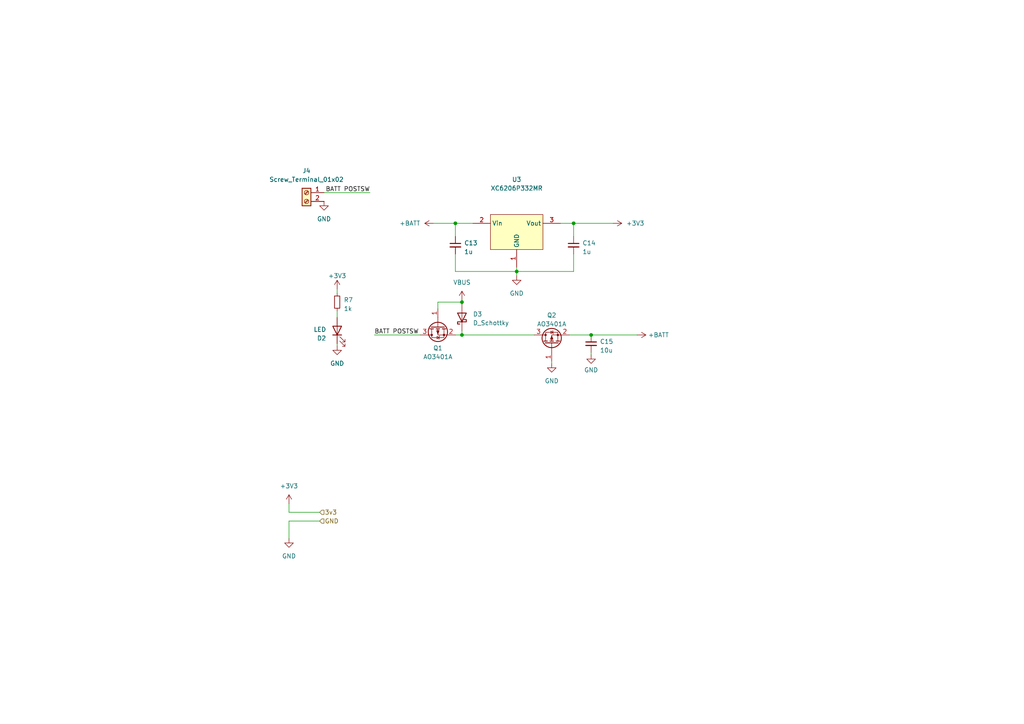
<source format=kicad_sch>
(kicad_sch (version 20231120) (generator "eeschema") (generator_version "8.0")
  (paper "A4")
  (lib_symbols
    (symbol "+3V3_3" (power) (pin_numbers hide) (pin_names (offset 0) hide)
      (property "Value" "+3V3" (at 0 3.556 0))
      (symbol "+3V3_3_0_1"
        (polyline (pts (xy -0.762 1.27) (xy 0 2.54)))
        (polyline (pts (xy 0 0) (xy 0 2.54)))
        (polyline (pts (xy 0 2.54) (xy 0.762 1.27)))
      )
      (symbol "+3V3_3_1_1"
        (pin power_in line (at 0 0 90) (length 0) (name "~") (number "1"))
      )
    )
    (symbol ".kicad_sym:XC6206P332MR"
      (property "Reference" "U" (at 0 10.16 0))
      (property "Value" "XC6206P332MR" (at 0.254 -17.272 0))
      (symbol "XC6206P332MR_0_1"
        (rectangle (start -7.62 2.54) (end 7.62 -7.62) (fill (type background)))
        (pin unspecified line (at 0 -12.7 90) (length 5.08) (name "GND") (number "1"))
        (pin unspecified line (at -12.7 0 0) (length 5.08) (name "Vin") (number "2"))
        (pin unspecified line (at 12.7 0 180) (length 5.08) (name "Vout") (number "3"))
      )
    )
    (symbol "Connector:Screw_Terminal_01x02" (pin_names (offset 1.016) hide)
      (property "Reference" "J" (at 0 2.54 0))
      (property "Value" "Screw_Terminal_01x02" (at 0 -5.08 0))
      (symbol "Screw_Terminal_01x02_1_1"
        (rectangle (start -1.27 1.27) (end 1.27 -3.81) (stroke (width 0.254)) (fill (type background)))
        (circle (center 0 -2.54) (radius 0.635) (stroke (width 0.1524)))
        (polyline (pts (xy -0.5334 -2.2098) (xy 0.3302 -3.048)) (stroke (width 0.1524)))
        (polyline (pts (xy -0.5334 0.3302) (xy 0.3302 -0.508)) (stroke (width 0.1524)))
        (polyline (pts (xy -0.3556 -2.032) (xy 0.508 -2.8702)) (stroke (width 0.1524)))
        (polyline (pts (xy -0.3556 0.508) (xy 0.508 -0.3302)) (stroke (width 0.1524)))
        (circle (center 0 0) (radius 0.635) (stroke (width 0.1524)))
        (pin passive line (at -5.08 0 0) (length 3.81) (name "Pin_1") (number "1"))
        (pin passive line (at -5.08 -2.54 0) (length 3.81) (name "Pin_2") (number "2"))
      )
    )
    (symbol "Device:C_Small" (pin_numbers hide) (pin_names (offset 0.254) hide)
      (property "Reference" "C" (at 0.254 1.778 0))
      (property "Value" "C_Small" (at 0.254 -2.032 0))
      (symbol "C_Small_0_1"
        (polyline (pts (xy -1.524 -0.508) (xy 1.524 -0.508)) (stroke (width 0.3302)))
        (polyline (pts (xy -1.524 0.508) (xy 1.524 0.508)) (stroke (width 0.3048)))
      )
      (symbol "C_Small_1_1"
        (pin passive line (at 0 2.54 270) (length 2.032) (name "~") (number "1"))
        (pin passive line (at 0 -2.54 90) (length 2.032) (name "~") (number "2"))
      )
    )
    (symbol "Device:D_Schottky" (pin_numbers hide) (pin_names (offset 1.016) hide)
      (property "Reference" "D" (at 0 2.54 0))
      (property "Value" "D_Schottky" (at 0 -2.54 0))
      (symbol "D_Schottky_0_1"
        (polyline (pts (xy 1.27 0) (xy -1.27 0)))
        (polyline (pts (xy 1.27 1.27) (xy 1.27 -1.27) (xy -1.27 0) (xy 1.27 1.27)) (stroke (width 0.254)))
        (polyline (pts (xy -1.905 0.635) (xy -1.905 1.27) (xy -1.27 1.27) (xy -1.27 -1.27) (xy -0.635 -1.27) (xy -0.635 -0.635)) (stroke (width 0.254)))
      )
      (symbol "D_Schottky_1_1"
        (pin passive line (at -3.81 0 0) (length 2.54) (name "K") (number "1"))
        (pin passive line (at 3.81 0 180) (length 2.54) (name "A") (number "2"))
      )
    )
    (symbol "Device:LED" (pin_numbers hide) (pin_names (offset 1.016) hide)
      (property "Reference" "D" (at 0 2.54 0))
      (property "Value" "LED" (at 0 -2.54 0))
      (symbol "LED_0_1"
        (polyline (pts (xy -1.27 -1.27) (xy -1.27 1.27)) (stroke (width 0.254)))
        (polyline (pts (xy -1.27 0) (xy 1.27 0)))
        (polyline (pts (xy 1.27 -1.27) (xy 1.27 1.27) (xy -1.27 0) (xy 1.27 -1.27)) (stroke (width 0.254)))
        (polyline (pts (xy -3.048 -0.762) (xy -4.572 -2.286) (xy -3.81 -2.286) (xy -4.572 -2.286) (xy -4.572 -1.524)))
        (polyline (pts (xy -1.778 -0.762) (xy -3.302 -2.286) (xy -2.54 -2.286) (xy -3.302 -2.286) (xy -3.302 -1.524)))
      )
      (symbol "LED_1_1"
        (pin passive line (at -3.81 0 0) (length 2.54) (name "K") (number "1"))
        (pin passive line (at 3.81 0 180) (length 2.54) (name "A") (number "2"))
      )
    )
    (symbol "Device:R_Small" (pin_numbers hide) (pin_names (offset 0.254) hide)
      (property "Reference" "R" (at 0.762 0.508 0))
      (property "Value" "R_Small" (at 0.762 -1.016 0))
      (symbol "R_Small_0_1"
        (rectangle (start -0.762 1.778) (end 0.762 -1.778) (stroke (width 0.2032)))
      )
      (symbol "R_Small_1_1"
        (pin passive line (at 0 2.54 270) (length 0.762) (name "~") (number "1"))
        (pin passive line (at 0 -2.54 90) (length 0.762) (name "~") (number "2"))
      )
    )
    (symbol "GND_3" (power) (pin_numbers hide) (pin_names (offset 0) hide)
      (property "Value" "GND" (at 0 -3.81 0))
      (symbol "GND_3_0_1"
        (polyline (pts (xy 0 0) (xy 0 -1.27) (xy 1.27 -1.27) (xy 0 -2.54) (xy -1.27 -1.27) (xy 0 -1.27)))
      )
      (symbol "GND_3_1_1"
        (pin power_in line (at 0 0 270) (length 0) (name "~") (number "1"))
      )
    )
    (symbol "Transistor_FET:AO3401A" (pin_names hide)
      (property "Reference" "Q" (at 5.08 1.905 0))
      (property "Value" "AO3401A" (at 5.08 0 0))
      (symbol "AO3401A_0_1"
        (polyline (pts (xy 0.254 0) (xy -2.54 0)))
        (polyline (pts (xy 0.254 1.905) (xy 0.254 -1.905)) (stroke (width 0.254)))
        (polyline (pts (xy 0.762 -1.27) (xy 0.762 -2.286)) (stroke (width 0.254)))
        (polyline (pts (xy 0.762 0.508) (xy 0.762 -0.508)) (stroke (width 0.254)))
        (polyline (pts (xy 0.762 2.286) (xy 0.762 1.27)) (stroke (width 0.254)))
        (polyline (pts (xy 2.54 2.54) (xy 2.54 1.778)))
        (polyline (pts (xy 2.54 -2.54) (xy 2.54 0) (xy 0.762 0)))
        (polyline (pts (xy 0.762 1.778) (xy 3.302 1.778) (xy 3.302 -1.778) (xy 0.762 -1.778)))
        (polyline (pts (xy 2.286 0) (xy 1.27 0.381) (xy 1.27 -0.381) (xy 2.286 0)) (fill (type outline)))
        (polyline (pts (xy 2.794 -0.508) (xy 2.921 -0.381) (xy 3.683 -0.381) (xy 3.81 -0.254)))
        (polyline (pts (xy 3.302 -0.381) (xy 2.921 0.254) (xy 3.683 0.254) (xy 3.302 -0.381)))
        (circle (center 1.651 0) (radius 2.794) (stroke (width 0.254)))
        (circle (center 2.54 -1.778) (radius 0.254) (fill (type outline)))
        (circle (center 2.54 1.778) (radius 0.254) (fill (type outline)))
      )
      (symbol "AO3401A_1_1"
        (pin input line (at -5.08 0 0) (length 2.54) (name "G") (number "1"))
        (pin passive line (at 2.54 -5.08 90) (length 2.54) (name "S") (number "2"))
        (pin passive line (at 2.54 5.08 270) (length 2.54) (name "D") (number "3"))
      )
    )
    (symbol "power:+12P" (power) (pin_names (offset 0))
      (property "Value" "+12P" (at 0 3.556 0))
      (symbol "+12P_0_1"
        (polyline (pts (xy -0.762 1.27) (xy 0 2.54)))
        (polyline (pts (xy 0 0) (xy 0 2.54)))
        (polyline (pts (xy 0 2.54) (xy 0.762 1.27)))
      )
      (symbol "+12P_1_1"
        (pin power_in line (at 0 0 90) (length 0) hide (name "+12P") (number "1"))
      )
    )
    (symbol "power:+3V3" (power) (pin_names (offset 0))
      (property "Value" "+3V3" (at 0 3.556 0))
      (symbol "+3V3_0_1"
        (polyline (pts (xy -0.762 1.27) (xy 0 2.54)))
        (polyline (pts (xy 0 0) (xy 0 2.54)))
        (polyline (pts (xy 0 2.54) (xy 0.762 1.27)))
      )
      (symbol "+3V3_1_1"
        (pin power_in line (at 0 0 90) (length 0) hide (name "+3V3") (number "1"))
      )
    )
    (symbol "power:GND" (power) (pin_names (offset 0))
      (property "Value" "GND" (at 0 -3.81 0))
      (symbol "GND_0_1"
        (polyline (pts (xy 0 0) (xy 0 -1.27) (xy 1.27 -1.27) (xy 0 -2.54) (xy -1.27 -1.27) (xy 0 -1.27)))
      )
      (symbol "GND_1_1"
        (pin power_in line (at 0 0 270) (length 0) hide (name "GND") (number "1"))
      )
    )
    (symbol "power:VBUS" (power) (pin_names (offset 0))
      (property "Value" "VBUS" (at 0 3.81 0))
      (symbol "VBUS_0_1"
        (polyline (pts (xy -0.762 1.27) (xy 0 2.54)))
        (polyline (pts (xy 0 0) (xy 0 2.54)))
        (polyline (pts (xy 0 2.54) (xy 0.762 1.27)))
      )
      (symbol "VBUS_1_1"
        (pin power_in line (at 0 0 90) (length 0) hide (name "VBUS") (number "1"))
      )
    )
  )
  (junction (at 133.985 87.63))
  (junction (at 171.45 97.155))
  (junction (at 132.08 64.77))
  (junction (at 149.86 78.74))
  (junction (at 133.985 97.155))
  (junction (at 166.37 64.77))
  (wire (pts (xy 165.1 97.155) (xy 171.45 97.155)))
  (wire (pts (xy 132.08 64.77) (xy 132.08 68.58)))
  (wire (pts (xy 166.37 64.77) (xy 166.37 68.58)))
  (wire (pts (xy 83.82 146.05) (xy 83.82 148.59)))
  (wire (pts (xy 166.37 64.77) (xy 177.8 64.77)))
  (wire (pts (xy 127 87.63) (xy 127 89.535)))
  (wire (pts (xy 107.315 55.88) (xy 93.98 55.88)))
  (wire (pts (xy 132.08 64.77) (xy 137.16 64.77)))
  (wire (pts (xy 171.45 102.235) (xy 171.45 102.87)))
  (wire (pts (xy 149.86 77.47) (xy 149.86 78.74)))
  (wire (pts (xy 97.79 92.075) (xy 97.79 90.17)))
  (wire (pts (xy 149.86 78.74) (xy 166.37 78.74)))
  (wire (pts (xy 132.08 97.155) (xy 133.985 97.155)))
  (wire (pts (xy 171.45 97.155) (xy 184.785 97.155)))
  (wire (pts (xy 133.985 87.63) (xy 133.985 88.265)))
  (wire (pts (xy 83.82 156.21) (xy 83.82 151.13)))
  (wire (pts (xy 133.985 95.885) (xy 133.985 97.155)))
  (wire (pts (xy 162.56 64.77) (xy 166.37 64.77)))
  (wire (pts (xy 133.985 97.155) (xy 154.94 97.155)))
  (wire (pts (xy 83.82 148.59) (xy 92.71 148.59)))
  (wire (pts (xy 166.37 73.66) (xy 166.37 78.74)))
  (wire (pts (xy 127 87.63) (xy 133.985 87.63)))
  (wire (pts (xy 160.02 105.41) (xy 160.02 104.775)))
  (wire (pts (xy 149.86 78.74) (xy 149.86 80.01)))
  (wire (pts (xy 97.79 99.695) (xy 97.79 100.33)))
  (wire (pts (xy 97.79 83.82) (xy 97.79 85.09)))
  (wire (pts (xy 108.585 97.155) (xy 121.92 97.155)))
  (wire (pts (xy 125.73 64.77) (xy 132.08 64.77)))
  (wire (pts (xy 83.82 151.13) (xy 92.71 151.13)))
  (wire (pts (xy 133.985 86.995) (xy 133.985 87.63)))
  (wire (pts (xy 149.86 78.74) (xy 132.08 78.74)))
  (wire (pts (xy 132.08 73.66) (xy 132.08 78.74)))
  (label "BATT POSTSW" (at 107.315 55.88 180))
  (label "BATT POSTSW" (at 108.585 97.155 0))
  (hierarchical_label "3v3" (shape input) (at 92.71 148.59 0))
  (hierarchical_label "GND" (shape input) (at 92.71 151.13 0))
  (symbol (lib_id "power:+12P") (at 184.785 97.155 270) (unit 1)
    (property "Reference" "#PWR039" (effects (hide yes)))
    (property "Value" "+BATT" (at 187.96 97.155 90) (effects (justify left)))
  )
  (symbol (lib_id "Connector:Screw_Terminal_01x02") (at 88.9 55.88 0) (mirror y) (unit 1)
    (property "Reference" "J4" (at 88.9 49.53 0))
    (property "Value" "Screw_Terminal_01x02" (at 88.9 52.07 0))
    (property "Footprint" "TerminalBlock_Phoenix:TerminalBlock_Phoenix_MPT-0,5-2-2.54_1x02_P2.54mm_Horizontal" (effects (hide yes)))
    (property "Description" "Generic screw terminal, single row, 01x02, script generated (kicad-library-utils/schlib/autogen/connector/)" (effects (hide yes)))
  )
  (symbol (lib_id "Device:C_Small") (at 132.08 71.12 0) (unit 1)
    (property "Reference" "C13" (at 134.62 70.4913 0) (effects (justify left)))
    (property "Value" "1u" (at 134.62 73.0313 0) (effects (justify left)))
    (property "Footprint" "Capacitor_SMD:C_0402_1005Metric" (effects (hide yes)))
    (property "LCSC Part" "C52923" (effects (hide yes)))
  )
  (symbol (lib_name "GND_3") (lib_id "power:GND") (at 93.98 58.42 0) (unit 1)
    (property "Reference" "#PWR043" (effects (hide yes)))
    (property "Value" "GND" (at 93.98 63.5 0))
    (property "Description" "Power symbol creates a global label with name \"GND\" , ground" (effects (hide yes)))
  )
  (symbol (lib_id "power:+12P") (at 125.73 64.77 90) (unit 1)
    (property "Reference" "#PWR033" (effects (hide yes)))
    (property "Value" "+BATT" (at 121.92 64.7699 90) (effects (justify left)))
  )
  (symbol (lib_id "power:+3V3") (at 83.82 146.05 0) (unit 1)
    (property "Reference" "#PWR040" (effects (hide yes)))
    (property "Value" "+3V3" (at 83.82 140.97 0))
    (property "Description" "Power symbol creates a global label with name \"+3V3\"" (effects (hide yes)))
  )
  (symbol (lib_id "power:+3V3") (at 97.79 83.82 0) (unit 1)
    (property "Reference" "#PWR031" (effects (hide yes)))
    (property "Value" "+3V3" (at 97.79 80.01 0))
  )
  (symbol (lib_id "power:GND") (at 97.79 100.33 0) (unit 1)
    (property "Reference" "#PWR032" (effects (hide yes)))
    (property "Value" "GND" (at 97.79 105.41 0))
  )
  (symbol (lib_id "power:VBUS") (at 133.985 86.995 0) (unit 1)
    (property "Reference" "#PWR034" (effects (hide yes)))
    (property "Value" "VBUS" (at 133.985 81.915 0))
  )
  (symbol (lib_id "Device:R_Small") (at 97.79 87.63 180) (unit 1)
    (property "Reference" "R7" (at 99.695 86.995 0) (effects (justify right)))
    (property "Value" "1k" (at 99.695 89.535 0) (effects (justify right)))
    (property "Footprint" "Resistor_SMD:R_0402_1005Metric" (effects (hide yes)))
    (property "LCSC Part" "C11702" (effects (hide yes)))
  )
  (symbol (lib_id ".kicad_sym:XC6206P332MR") (at 149.86 64.77 0) (unit 1)
    (property "Reference" "U3" (at 149.86 52.07 0))
    (property "Value" "XC6206P332MR" (at 149.86 54.61 0))
    (property "Footprint" ":SOT-23-3_L2.9-W1.6-P1.90-LS2.8-BR" (effects (hide yes)))
    (property "Datasheet" "https://lcsc.com/product-detail/Low-Dropout-Regulators-LDO_XC6206P332MR_C5446.html" (effects (hide yes)))
    (property "LCSC Part" "C5446" (effects (hide yes)))
  )
  (symbol (lib_id "Device:D_Schottky") (at 133.985 92.075 90) (unit 1)
    (property "Reference" "D3" (at 137.16 91.1224 90) (effects (justify right)))
    (property "Value" "D_Schottky" (at 137.16 93.6624 90) (effects (justify right)))
    (property "Footprint" "Diode_SMD:D_SOD-323F" (effects (hide yes)))
    (property "Description" "Schottky diode" (effects (hide yes)))
    (property "LCSC Part" "C191023" (effects (hide yes)))
  )
  (symbol (lib_id "Device:LED") (at 97.79 95.885 90) (unit 1) (in_bom no)
    (property "Reference" "D2" (at 94.615 98.1075 90) (effects (justify left)))
    (property "Value" "LED" (at 94.615 95.5675 90) (effects (justify left)))
    (property "Footprint" "LED_SMD:LED_0805_2012Metric" (effects (hide yes)))
  )
  (symbol (lib_name "GND_3") (lib_id "power:GND") (at 149.86 80.01 0) (unit 1)
    (property "Reference" "#PWR035" (effects (hide yes)))
    (property "Value" "GND" (at 149.86 85.09 0))
    (property "Description" "Power symbol creates a global label with name \"GND\" , ground" (effects (hide yes)))
  )
  (symbol (lib_id "Device:C_Small") (at 171.45 99.695 0) (unit 1)
    (property "Reference" "C15" (at 173.99 99.0663 0) (effects (justify left)))
    (property "Value" "10u" (at 173.99 101.6063 0) (effects (justify left)))
    (property "Footprint" "Capacitor_SMD:C_0603_1608Metric" (effects (hide yes)))
    (property "LCSC Part" "C96446" (effects (hide yes)))
  )
  (symbol (lib_id "Transistor_FET:AO3401A") (at 160.02 99.695 90) (unit 1)
    (property "Reference" "Q2" (at 160.02 91.44 90))
    (property "Value" "AO3401A" (at 160.02 93.98 90))
    (property "Footprint" "Package_TO_SOT_SMD:SOT-23" (effects (hide yes)))
    (property "Datasheet" "http://www.aosmd.com/pdfs/datasheet/AO3401A.pdf" (effects (hide yes)))
    (property "LCSC Part" "C15127" (effects (hide yes)))
  )
  (symbol (lib_id "power:GND") (at 160.02 105.41 0) (unit 1)
    (property "Reference" "#PWR036" (effects (hide yes)))
    (property "Value" "GND" (at 160.02 110.49 0))
  )
  (symbol (lib_id "power:GND") (at 171.45 102.87 0) (unit 1)
    (property "Reference" "#PWR037" (effects (hide yes)))
    (property "Value" "GND" (at 171.45 107.315 0))
  )
  (symbol (lib_id "Transistor_FET:AO3401A") (at 127 94.615 90) (mirror x) (unit 1)
    (property "Reference" "Q1" (at 127 100.965 90))
    (property "Value" "AO3401A" (at 127 103.505 90))
    (property "Footprint" "Package_TO_SOT_SMD:SOT-23" (effects (hide yes)))
    (property "Datasheet" "http://www.aosmd.com/pdfs/datasheet/AO3401A.pdf" (effects (hide yes)))
    (property "LCSC Part" "C15127" (effects (hide yes)))
  )
  (symbol (lib_id "power:GND") (at 83.82 156.21 0) (unit 1)
    (property "Reference" "#PWR041" (effects (hide yes)))
    (property "Value" "GND" (at 83.82 161.29 0))
    (property "Description" "Power symbol creates a global label with name \"GND\" , ground" (effects (hide yes)))
  )
  (symbol (lib_name "+3V3_3") (lib_id "power:+3V3") (at 177.8 64.77 270) (unit 1)
    (property "Reference" "#PWR038" (effects (hide yes)))
    (property "Value" "+3V3" (at 181.61 64.7699 90) (effects (justify left)))
    (property "Description" "Power symbol creates a global label with name \"+3V3\"" (effects (hide yes)))
  )
  (symbol (lib_id "Device:C_Small") (at 166.37 71.12 0) (unit 1)
    (property "Reference" "C14" (at 168.91 70.4913 0) (effects (justify left)))
    (property "Value" "1u" (at 168.91 73.0313 0) (effects (justify left)))
    (property "Footprint" "Capacitor_SMD:C_0402_1005Metric" (effects (hide yes)))
    (property "LCSC Part" "C52923" (effects (hide yes)))
  )
)
</source>
